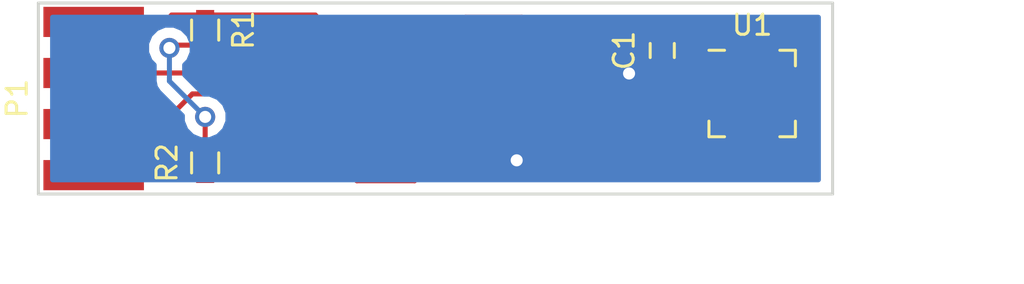
<source format=kicad_pcb>
(kicad_pcb (version 4) (host pcbnew 4.0.5)

  (general
    (links 15)
    (no_connects 0)
    (area 127.465 99.716666 181.635715 115.950001)
    (thickness 1.6)
    (drawings 6)
    (tracks 84)
    (zones 0)
    (modules 5)
    (nets 8)
  )

  (page A4)
  (layers
    (0 F.Cu signal)
    (31 B.Cu signal)
    (32 B.Adhes user)
    (33 F.Adhes user)
    (34 B.Paste user)
    (35 F.Paste user)
    (36 B.SilkS user)
    (37 F.SilkS user)
    (38 B.Mask user)
    (39 F.Mask user)
    (40 Dwgs.User user)
    (41 Cmts.User user)
    (42 Eco1.User user)
    (43 Eco2.User user)
    (44 Edge.Cuts user)
    (45 Margin user)
    (46 B.CrtYd user)
    (47 F.CrtYd user)
    (48 B.Fab user)
    (49 F.Fab user hide)
  )

  (setup
    (last_trace_width 0.25)
    (trace_clearance 0.2)
    (zone_clearance 0.508)
    (zone_45_only no)
    (trace_min 0.2)
    (segment_width 0.2)
    (edge_width 0.15)
    (via_size 1)
    (via_drill 0.6)
    (via_min_size 1)
    (via_min_drill 0.6)
    (uvia_size 0.3)
    (uvia_drill 0.1)
    (uvias_allowed no)
    (uvia_min_size 0.2)
    (uvia_min_drill 0.1)
    (pcb_text_width 0.3)
    (pcb_text_size 1.5 1.5)
    (mod_edge_width 0.15)
    (mod_text_size 1 1)
    (mod_text_width 0.15)
    (pad_size 1.524 1.524)
    (pad_drill 0.762)
    (pad_to_mask_clearance 0.2)
    (aux_axis_origin 0 0)
    (visible_elements FFFFFF7F)
    (pcbplotparams
      (layerselection 0x00030_80000001)
      (usegerberextensions false)
      (excludeedgelayer true)
      (linewidth 0.100000)
      (plotframeref false)
      (viasonmask false)
      (mode 1)
      (useauxorigin false)
      (hpglpennumber 1)
      (hpglpenspeed 20)
      (hpglpendiameter 15)
      (hpglpenoverlay 2)
      (psnegative false)
      (psa4output false)
      (plotreference true)
      (plotvalue true)
      (plotinvisibletext false)
      (padsonsilk false)
      (subtractmaskfromsilk false)
      (outputformat 1)
      (mirror false)
      (drillshape 1)
      (scaleselection 1)
      (outputdirectory ""))
  )

  (net 0 "")
  (net 1 GND)
  (net 2 VDD)
  (net 3 "Net-(R1-Pad2)")
  (net 4 "Net-(P1-Pad2)")
  (net 5 "Net-(P1-Pad3)")
  (net 6 "Net-(U1-Pad10)")
  (net 7 "Net-(U1-Pad17)")

  (net_class Default "This is the default net class."
    (clearance 0.2)
    (trace_width 0.25)
    (via_dia 1)
    (via_drill 0.6)
    (uvia_dia 0.3)
    (uvia_drill 0.1)
    (add_net GND)
    (add_net "Net-(P1-Pad2)")
    (add_net "Net-(P1-Pad3)")
    (add_net "Net-(R1-Pad2)")
    (add_net "Net-(U1-Pad10)")
    (add_net "Net-(U1-Pad17)")
    (add_net VDD)
  )

  (module Resistors_SMD.pretty:R_0603 placed (layer F.Cu) (tedit 58307A47) (tstamp 58BC3D1B)
    (at 137.795 107.95 90)
    (descr "Resistor SMD 0603, reflow soldering, Vishay (see dcrcw.pdf)")
    (tags "resistor 0603")
    (path /58B85BA0)
    (attr smd)
    (fp_text reference R2 (at 0 -1.9 90) (layer F.SilkS)
      (effects (font (size 1 1) (thickness 0.15)))
    )
    (fp_text value 4k7 (at 0 1.9 90) (layer F.Fab)
      (effects (font (size 1 1) (thickness 0.15)))
    )
    (fp_line (start -0.8 0.4) (end -0.8 -0.4) (layer F.Fab) (width 0.1))
    (fp_line (start 0.8 0.4) (end -0.8 0.4) (layer F.Fab) (width 0.1))
    (fp_line (start 0.8 -0.4) (end 0.8 0.4) (layer F.Fab) (width 0.1))
    (fp_line (start -0.8 -0.4) (end 0.8 -0.4) (layer F.Fab) (width 0.1))
    (fp_line (start -1.3 -0.8) (end 1.3 -0.8) (layer F.CrtYd) (width 0.05))
    (fp_line (start -1.3 0.8) (end 1.3 0.8) (layer F.CrtYd) (width 0.05))
    (fp_line (start -1.3 -0.8) (end -1.3 0.8) (layer F.CrtYd) (width 0.05))
    (fp_line (start 1.3 -0.8) (end 1.3 0.8) (layer F.CrtYd) (width 0.05))
    (fp_line (start 0.5 0.675) (end -0.5 0.675) (layer F.SilkS) (width 0.15))
    (fp_line (start -0.5 -0.675) (end 0.5 -0.675) (layer F.SilkS) (width 0.15))
    (pad 1 smd rect (at -0.75 0 90) (size 0.5 0.9) (layers F.Cu F.Paste F.Mask)
      (net 1 GND))
    (pad 2 smd rect (at 0.75 0 90) (size 0.5 0.9) (layers F.Cu F.Paste F.Mask)
      (net 3 "Net-(R1-Pad2)"))
    (model Resistors_SMD.3dshapes/R_0603.wrl
      (at (xyz 0 0 0))
      (scale (xyz 1 1 1))
      (rotate (xyz 0 0 0))
    )
  )

  (module Capacitors_SMD.pretty:C_0603 placed (layer F.Cu) (tedit 5415D631) (tstamp 58BC3CFB)
    (at 160.528 102.362 90)
    (descr "Capacitor SMD 0603, reflow soldering, AVX (see smccp.pdf)")
    (tags "capacitor 0603")
    (path /58B85507)
    (attr smd)
    (fp_text reference C1 (at 0 -1.9 90) (layer F.SilkS)
      (effects (font (size 1 1) (thickness 0.15)))
    )
    (fp_text value 100n (at 0 1.9 90) (layer F.Fab)
      (effects (font (size 1 1) (thickness 0.15)))
    )
    (fp_line (start -0.8 0.4) (end -0.8 -0.4) (layer F.Fab) (width 0.15))
    (fp_line (start 0.8 0.4) (end -0.8 0.4) (layer F.Fab) (width 0.15))
    (fp_line (start 0.8 -0.4) (end 0.8 0.4) (layer F.Fab) (width 0.15))
    (fp_line (start -0.8 -0.4) (end 0.8 -0.4) (layer F.Fab) (width 0.15))
    (fp_line (start -1.45 -0.75) (end 1.45 -0.75) (layer F.CrtYd) (width 0.05))
    (fp_line (start -1.45 0.75) (end 1.45 0.75) (layer F.CrtYd) (width 0.05))
    (fp_line (start -1.45 -0.75) (end -1.45 0.75) (layer F.CrtYd) (width 0.05))
    (fp_line (start 1.45 -0.75) (end 1.45 0.75) (layer F.CrtYd) (width 0.05))
    (fp_line (start -0.35 -0.6) (end 0.35 -0.6) (layer F.SilkS) (width 0.15))
    (fp_line (start 0.35 0.6) (end -0.35 0.6) (layer F.SilkS) (width 0.15))
    (pad 1 smd rect (at -0.75 0 90) (size 0.8 0.75) (layers F.Cu F.Paste F.Mask)
      (net 1 GND))
    (pad 2 smd rect (at 0.75 0 90) (size 0.8 0.75) (layers F.Cu F.Paste F.Mask)
      (net 2 VDD))
    (model Capacitors_SMD.3dshapes/C_0603.wrl
      (at (xyz 0 0 0))
      (scale (xyz 1 1 1))
      (rotate (xyz 0 0 0))
    )
  )

  (module Resistors_SMD.pretty:R_0603 placed (layer F.Cu) (tedit 58307A47) (tstamp 58BC3D0B)
    (at 137.795 101.346 270)
    (descr "Resistor SMD 0603, reflow soldering, Vishay (see dcrcw.pdf)")
    (tags "resistor 0603")
    (path /58B85A14)
    (attr smd)
    (fp_text reference R1 (at 0 -1.9 270) (layer F.SilkS)
      (effects (font (size 1 1) (thickness 0.15)))
    )
    (fp_text value 4k7 (at 0 1.9 270) (layer F.Fab)
      (effects (font (size 1 1) (thickness 0.15)))
    )
    (fp_line (start -0.8 0.4) (end -0.8 -0.4) (layer F.Fab) (width 0.1))
    (fp_line (start 0.8 0.4) (end -0.8 0.4) (layer F.Fab) (width 0.1))
    (fp_line (start 0.8 -0.4) (end 0.8 0.4) (layer F.Fab) (width 0.1))
    (fp_line (start -0.8 -0.4) (end 0.8 -0.4) (layer F.Fab) (width 0.1))
    (fp_line (start -1.3 -0.8) (end 1.3 -0.8) (layer F.CrtYd) (width 0.05))
    (fp_line (start -1.3 0.8) (end 1.3 0.8) (layer F.CrtYd) (width 0.05))
    (fp_line (start -1.3 -0.8) (end -1.3 0.8) (layer F.CrtYd) (width 0.05))
    (fp_line (start 1.3 -0.8) (end 1.3 0.8) (layer F.CrtYd) (width 0.05))
    (fp_line (start 0.5 0.675) (end -0.5 0.675) (layer F.SilkS) (width 0.15))
    (fp_line (start -0.5 -0.675) (end 0.5 -0.675) (layer F.SilkS) (width 0.15))
    (pad 1 smd rect (at -0.75 0 270) (size 0.5 0.9) (layers F.Cu F.Paste F.Mask)
      (net 2 VDD))
    (pad 2 smd rect (at 0.75 0 270) (size 0.5 0.9) (layers F.Cu F.Paste F.Mask)
      (net 3 "Net-(R1-Pad2)"))
    (model Resistors_SMD.3dshapes/R_0603.wrl
      (at (xyz 0 0 0))
      (scale (xyz 1 1 1))
      (rotate (xyz 0 0 0))
    )
  )

  (module QFN-16-1EP_4x4mm_Pitch0.65mm placed (layer F.Cu) (tedit 54130A77) (tstamp 58BC3D43)
    (at 165 104.5)
    (descr "16-Lead Plastic Quad Flat, No Lead Package (ML) - 4x4x0.9 mm Body [QFN]; (see Microchip Packaging Specification 00000049BS.pdf)")
    (tags "QFN 0.65")
    (path /58B8439D)
    (attr smd)
    (fp_text reference U1 (at 0 -3.4) (layer F.SilkS)
      (effects (font (size 1 1) (thickness 0.15)))
    )
    (fp_text value TSYS01 (at 0 3.4) (layer F.Fab)
      (effects (font (size 1 1) (thickness 0.15)))
    )
    (fp_line (start -1 -2) (end 2 -2) (layer F.Fab) (width 0.15))
    (fp_line (start 2 -2) (end 2 2) (layer F.Fab) (width 0.15))
    (fp_line (start 2 2) (end -2 2) (layer F.Fab) (width 0.15))
    (fp_line (start -2 2) (end -2 -1) (layer F.Fab) (width 0.15))
    (fp_line (start -2 -1) (end -1 -2) (layer F.Fab) (width 0.15))
    (fp_line (start -2.65 -2.65) (end -2.65 2.65) (layer F.CrtYd) (width 0.05))
    (fp_line (start 2.65 -2.65) (end 2.65 2.65) (layer F.CrtYd) (width 0.05))
    (fp_line (start -2.65 -2.65) (end 2.65 -2.65) (layer F.CrtYd) (width 0.05))
    (fp_line (start -2.65 2.65) (end 2.65 2.65) (layer F.CrtYd) (width 0.05))
    (fp_line (start 2.15 -2.15) (end 2.15 -1.375) (layer F.SilkS) (width 0.15))
    (fp_line (start -2.15 2.15) (end -2.15 1.375) (layer F.SilkS) (width 0.15))
    (fp_line (start 2.15 2.15) (end 2.15 1.375) (layer F.SilkS) (width 0.15))
    (fp_line (start -2.15 -2.15) (end -1.375 -2.15) (layer F.SilkS) (width 0.15))
    (fp_line (start -2.15 2.15) (end -1.375 2.15) (layer F.SilkS) (width 0.15))
    (fp_line (start 2.15 2.15) (end 1.375 2.15) (layer F.SilkS) (width 0.15))
    (fp_line (start 2.15 -2.15) (end 1.375 -2.15) (layer F.SilkS) (width 0.15))
    (pad 1 smd rect (at -2 -0.975) (size 0.8 0.35) (layers F.Cu F.Paste F.Mask)
      (net 1 GND))
    (pad 2 smd rect (at -2 -0.325) (size 0.8 0.35) (layers F.Cu F.Paste F.Mask)
      (net 3 "Net-(R1-Pad2)"))
    (pad 3 smd rect (at -2 0.325) (size 0.8 0.35) (layers F.Cu F.Paste F.Mask)
      (net 4 "Net-(P1-Pad2)"))
    (pad 4 smd rect (at -2 0.975) (size 0.8 0.35) (layers F.Cu F.Paste F.Mask)
      (net 5 "Net-(P1-Pad3)"))
    (pad 5 smd rect (at -0.975 2 90) (size 0.8 0.35) (layers F.Cu F.Paste F.Mask))
    (pad 6 smd rect (at -0.325 2 90) (size 0.8 0.35) (layers F.Cu F.Paste F.Mask))
    (pad 7 smd rect (at 0.325 2 90) (size 0.8 0.35) (layers F.Cu F.Paste F.Mask))
    (pad 8 smd rect (at 0.975 2 90) (size 0.8 0.35) (layers F.Cu F.Paste F.Mask))
    (pad 9 smd rect (at 2 0.975) (size 0.8 0.35) (layers F.Cu F.Paste F.Mask))
    (pad 10 smd rect (at 2 0.325) (size 0.8 0.35) (layers F.Cu F.Paste F.Mask)
      (net 6 "Net-(U1-Pad10)"))
    (pad 11 smd rect (at 2 -0.325) (size 0.8 0.35) (layers F.Cu F.Paste F.Mask)
      (net 6 "Net-(U1-Pad10)"))
    (pad 12 smd rect (at 2 -0.975) (size 0.8 0.35) (layers F.Cu F.Paste F.Mask))
    (pad 13 smd rect (at 0.975 -2 90) (size 0.8 0.35) (layers F.Cu F.Paste F.Mask))
    (pad 14 smd rect (at 0.325 -2 90) (size 0.8 0.35) (layers F.Cu F.Paste F.Mask))
    (pad 15 smd rect (at -0.325 -2 90) (size 0.8 0.35) (layers F.Cu F.Paste F.Mask)
      (net 2 VDD))
    (pad 16 smd rect (at -0.975 -2 90) (size 0.8 0.35) (layers F.Cu F.Paste F.Mask)
      (net 2 VDD))
    (pad 17 smd rect (at 0.625 0.625) (size 1.25 1.25) (layers F.Cu F.Paste F.Mask)
      (net 7 "Net-(U1-Pad17)") (solder_paste_margin_ratio -0.2))
    (pad 17 smd rect (at 0.625 -0.625) (size 1.25 1.25) (layers F.Cu F.Paste F.Mask)
      (net 7 "Net-(U1-Pad17)") (solder_paste_margin_ratio -0.2))
    (pad 17 smd rect (at -0.625 0.625) (size 1.25 1.25) (layers F.Cu F.Paste F.Mask)
      (net 7 "Net-(U1-Pad17)") (solder_paste_margin_ratio -0.2))
    (pad 17 smd rect (at -0.625 -0.625) (size 1.25 1.25) (layers F.Cu F.Paste F.Mask)
      (net 7 "Net-(U1-Pad17)") (solder_paste_margin_ratio -0.2))
    (model Housings_DFN_QFN.3dshapes/QFN-16-1EP_4x4mm_Pitch0.65mm.wrl
      (at (xyz 0 0 0))
      (scale (xyz 1 1 1))
      (rotate (xyz 0 0 0))
    )
  )

  (module my_footprints:SMD_conn_4x2.5mm (layer F.Cu) (tedit 58B861D6) (tstamp 58C38C0B)
    (at 132.25 104.75 270)
    (path /58B85ED6)
    (fp_text reference P1 (at 0 3.81 270) (layer F.SilkS)
      (effects (font (size 1 1) (thickness 0.15)))
    )
    (fp_text value CONN_01X04 (at 0 -3.81 270) (layer F.Fab) hide
      (effects (font (size 1 1) (thickness 0.15)))
    )
    (pad 1 smd rect (at -3.81 0 270) (size 1.5 5) (layers F.Cu F.Paste F.Mask)
      (net 2 VDD))
    (pad 2 smd rect (at -1.27 0 270) (size 1.5 5) (layers F.Cu F.Paste F.Mask)
      (net 4 "Net-(P1-Pad2)"))
    (pad 3 smd rect (at 1.27 0 270) (size 1.5 5) (layers F.Cu F.Paste F.Mask)
      (net 5 "Net-(P1-Pad3)"))
    (pad 4 smd rect (at 3.81 0 270) (size 1.5 5) (layers F.Cu F.Paste F.Mask)
      (net 1 GND))
  )

  (gr_line (start 129.5 109.5) (end 129.5 100) (angle 90) (layer Edge.Cuts) (width 0.15))
  (gr_line (start 169 109.5) (end 129.5 109.5) (angle 90) (layer Edge.Cuts) (width 0.15))
  (gr_line (start 169 100) (end 169 109.5) (angle 90) (layer Edge.Cuts) (width 0.15))
  (gr_line (start 129.5 100) (end 169 100) (angle 90) (layer Edge.Cuts) (width 0.15))
  (dimension 9.5 (width 0.3) (layer Dwgs.User)
    (gr_text "9.500 mm" (at 175.85 104.75 90) (layer Dwgs.User)
      (effects (font (size 1.5 1.5) (thickness 0.3)))
    )
    (feature1 (pts (xy 169 100) (xy 177.2 100)))
    (feature2 (pts (xy 169 109.5) (xy 177.2 109.5)))
    (crossbar (pts (xy 174.5 109.5) (xy 174.5 100)))
    (arrow1a (pts (xy 174.5 100) (xy 175.086421 101.126504)))
    (arrow1b (pts (xy 174.5 100) (xy 173.913579 101.126504)))
    (arrow2a (pts (xy 174.5 109.5) (xy 175.086421 108.373496)))
    (arrow2b (pts (xy 174.5 109.5) (xy 173.913579 108.373496)))
  )
  (dimension 40 (width 0.3) (layer Dwgs.User)
    (gr_text "40.000 mm" (at 149.5 114.6) (layer Dwgs.User)
      (effects (font (size 1.5 1.5) (thickness 0.3)))
    )
    (feature1 (pts (xy 169.5 110.5) (xy 169.5 115.95)))
    (feature2 (pts (xy 129.5 110.5) (xy 129.5 115.95)))
    (crossbar (pts (xy 129.5 113.25) (xy 169.5 113.25)))
    (arrow1a (pts (xy 169.5 113.25) (xy 168.373496 113.836421)))
    (arrow1b (pts (xy 169.5 113.25) (xy 168.373496 112.663579)))
    (arrow2a (pts (xy 129.5 113.25) (xy 130.626504 113.836421)))
    (arrow2b (pts (xy 129.5 113.25) (xy 130.626504 112.663579)))
  )

  (segment (start 160.528 103.112) (end 159.27 103.112) (width 0.25) (layer F.Cu) (net 1) (status 10))
  (via (at 158.877 103.505) (size 1) (drill 0.6) (layers F.Cu B.Cu) (net 1))
  (segment (start 159.27 103.112) (end 158.877 103.505) (width 0.25) (layer F.Cu) (net 1) (tstamp 58C38ED3))
  (segment (start 137.795 108.7) (end 138.8 108.7) (width 0.25) (layer F.Cu) (net 1))
  (via (at 153.289 107.823) (size 1) (drill 0.6) (layers F.Cu B.Cu) (net 1))
  (segment (start 153.289 106.045) (end 153.289 107.823) (width 0.25) (layer F.Cu) (net 1) (tstamp 58C38EA1))
  (segment (start 152.527 105.283) (end 153.289 106.045) (width 0.25) (layer F.Cu) (net 1) (tstamp 58C38EA0))
  (segment (start 151.765 105.283) (end 152.527 105.283) (width 0.25) (layer F.Cu) (net 1) (tstamp 58C38E9F))
  (segment (start 148.209 108.839) (end 151.765 105.283) (width 0.25) (layer F.Cu) (net 1) (tstamp 58C38E9D))
  (segment (start 145.339 108.839) (end 148.209 108.839) (width 0.25) (layer F.Cu) (net 1) (tstamp 58C38E9B))
  (segment (start 142.5 106) (end 145.339 108.839) (width 0.25) (layer F.Cu) (net 1) (tstamp 58C38E99))
  (segment (start 141.5 106) (end 142.5 106) (width 0.25) (layer F.Cu) (net 1) (tstamp 58C38E97))
  (segment (start 138.8 108.7) (end 141.5 106) (width 0.25) (layer F.Cu) (net 1) (tstamp 58C38E95))
  (segment (start 132.25 108.56) (end 135.357 108.56) (width 0.25) (layer F.Cu) (net 1))
  (segment (start 135.497 108.7) (end 137.795 108.7) (width 0.25) (layer F.Cu) (net 1) (tstamp 58C38E27))
  (segment (start 135.357 108.56) (end 135.497 108.7) (width 0.25) (layer F.Cu) (net 1) (tstamp 58C38E26))
  (segment (start 163 103.525) (end 162.338 103.525) (width 0.25) (layer F.Cu) (net 1) (status 10))
  (segment (start 162.338 103.525) (end 160.528 103.112) (width 0.25) (layer F.Cu) (net 1) (tstamp 58C38D19) (status 20))
  (segment (start 164.025 102.5) (end 163 102.5) (width 0.25) (layer F.Cu) (net 2))
  (segment (start 163 102.5) (end 162.112 101.612) (width 0.25) (layer F.Cu) (net 2) (tstamp 58C4297E))
  (segment (start 164.025 102.5) (end 164.675 102.5) (width 0.25) (layer F.Cu) (net 2) (status 30))
  (segment (start 156.21 103.378) (end 157.099 103.378) (width 0.25) (layer F.Cu) (net 2))
  (segment (start 158.877 101.612) (end 158.865 101.612) (width 0.25) (layer F.Cu) (net 2))
  (segment (start 160.147 101.612) (end 160.528 101.612) (width 0.25) (layer F.Cu) (net 2) (tstamp 58C38ECB) (status 20))
  (segment (start 160.147 101.612) (end 158.877 101.612) (width 0.25) (layer F.Cu) (net 2))
  (segment (start 158.865 101.612) (end 157.099 103.378) (width 0.25) (layer F.Cu) (net 2) (tstamp 58C38EDA))
  (segment (start 156.21 103.378) (end 155.194 102.362) (width 0.25) (layer F.Cu) (net 2) (tstamp 58C38EE6))
  (segment (start 137.795 100.596) (end 143.268 100.596) (width 0.25) (layer F.Cu) (net 2))
  (segment (start 153.543 100.711) (end 155.194 102.362) (width 0.25) (layer F.Cu) (net 2) (tstamp 58C38E72))
  (segment (start 150.749 100.711) (end 153.543 100.711) (width 0.25) (layer F.Cu) (net 2) (tstamp 58C38E70))
  (segment (start 147.447 104.013) (end 150.749 100.711) (width 0.25) (layer F.Cu) (net 2) (tstamp 58C38E6F))
  (segment (start 146.685 104.013) (end 147.447 104.013) (width 0.25) (layer F.Cu) (net 2) (tstamp 58C38E6E))
  (segment (start 143.268 100.596) (end 146.685 104.013) (width 0.25) (layer F.Cu) (net 2) (tstamp 58C38E6D))
  (segment (start 132.25 100.94) (end 135.788 100.94) (width 0.25) (layer F.Cu) (net 2))
  (segment (start 136.132 100.596) (end 137.795 100.596) (width 0.25) (layer F.Cu) (net 2) (tstamp 58C38E1F))
  (segment (start 135.788 100.94) (end 136.132 100.596) (width 0.25) (layer F.Cu) (net 2) (tstamp 58C38E1E))
  (segment (start 164.025 102.5) (end 163.988 102.5) (width 0.25) (layer F.Cu) (net 2) (status 30))
  (segment (start 162.112 101.612) (end 160.528 101.612) (width 0.25) (layer F.Cu) (net 2) (tstamp 58C42981) (status 20))
  (segment (start 137.795 107.2) (end 137.795 105.664) (width 0.25) (layer F.Cu) (net 3))
  (segment (start 136.156 102.096) (end 137.795 102.096) (width 0.25) (layer F.Cu) (net 3) (tstamp 58C38E84))
  (segment (start 136.017 102.235) (end 136.156 102.096) (width 0.25) (layer F.Cu) (net 3) (tstamp 58C38E83))
  (via (at 136.017 102.235) (size 1) (drill 0.6) (layers F.Cu B.Cu) (net 3))
  (segment (start 136.017 103.886) (end 136.017 102.235) (width 0.25) (layer B.Cu) (net 3) (tstamp 58C38E80))
  (segment (start 137.795 105.664) (end 136.017 103.886) (width 0.25) (layer B.Cu) (net 3) (tstamp 58C38E7F))
  (via (at 137.795 105.664) (size 1) (drill 0.6) (layers F.Cu B.Cu) (net 3))
  (segment (start 137.795 102.096) (end 138.95 102.096) (width 0.25) (layer F.Cu) (net 3))
  (segment (start 160.493 104.175) (end 163 104.175) (width 0.25) (layer F.Cu) (net 3) (tstamp 58C38E36) (status 20))
  (segment (start 158.369 106.299) (end 160.493 104.175) (width 0.25) (layer F.Cu) (net 3) (tstamp 58C38E35))
  (segment (start 157.607 106.299) (end 158.369 106.299) (width 0.25) (layer F.Cu) (net 3) (tstamp 58C38E34))
  (segment (start 153.289 101.981) (end 157.607 106.299) (width 0.25) (layer F.Cu) (net 3) (tstamp 58C38E32))
  (segment (start 150.876 101.981) (end 153.289 101.981) (width 0.25) (layer F.Cu) (net 3) (tstamp 58C38E30))
  (segment (start 146.939 105.918) (end 150.876 101.981) (width 0.25) (layer F.Cu) (net 3) (tstamp 58C38E2F))
  (segment (start 146.812 105.918) (end 146.939 105.918) (width 0.25) (layer F.Cu) (net 3) (tstamp 58C38E2E))
  (segment (start 142.494 101.6) (end 146.812 105.918) (width 0.25) (layer F.Cu) (net 3) (tstamp 58C38E2C))
  (segment (start 139.446 101.6) (end 142.494 101.6) (width 0.25) (layer F.Cu) (net 3) (tstamp 58C38E2B))
  (segment (start 138.95 102.096) (end 139.446 101.6) (width 0.25) (layer F.Cu) (net 3) (tstamp 58C38E2A))
  (segment (start 132.25 103.48) (end 139.471 103.48) (width 0.25) (layer F.Cu) (net 4))
  (segment (start 161.24 104.825) (end 163 104.825) (width 0.25) (layer F.Cu) (net 4) (tstamp 58C38E01) (status 20))
  (segment (start 158.623 107.442) (end 161.24 104.825) (width 0.25) (layer F.Cu) (net 4) (tstamp 58C38DFF))
  (segment (start 157.353 107.442) (end 158.623 107.442) (width 0.25) (layer F.Cu) (net 4) (tstamp 58C38DFD))
  (segment (start 152.654 102.743) (end 157.353 107.442) (width 0.25) (layer F.Cu) (net 4) (tstamp 58C38DFC))
  (segment (start 151.765 102.743) (end 152.654 102.743) (width 0.25) (layer F.Cu) (net 4) (tstamp 58C38DFA))
  (segment (start 147.32 107.188) (end 151.765 102.743) (width 0.25) (layer F.Cu) (net 4) (tstamp 58C38DF9))
  (segment (start 146.431 107.188) (end 147.32 107.188) (width 0.25) (layer F.Cu) (net 4) (tstamp 58C38DF7))
  (segment (start 141.605 102.362) (end 146.431 107.188) (width 0.25) (layer F.Cu) (net 4) (tstamp 58C38DF5))
  (segment (start 140.589 102.362) (end 141.605 102.362) (width 0.25) (layer F.Cu) (net 4) (tstamp 58C38DF3))
  (segment (start 139.471 103.48) (end 140.589 102.362) (width 0.25) (layer F.Cu) (net 4) (tstamp 58C38DF2))
  (segment (start 132.25 106.02) (end 135.661 106.02) (width 0.25) (layer F.Cu) (net 5))
  (segment (start 161.86 105.475) (end 163 105.475) (width 0.25) (layer F.Cu) (net 5) (tstamp 58C38E1A) (status 20))
  (segment (start 159.004 108.331) (end 161.86 105.475) (width 0.25) (layer F.Cu) (net 5) (tstamp 58C38E18))
  (segment (start 157.099 108.331) (end 159.004 108.331) (width 0.25) (layer F.Cu) (net 5) (tstamp 58C38E16))
  (segment (start 152.527 103.759) (end 157.099 108.331) (width 0.25) (layer F.Cu) (net 5) (tstamp 58C38E15))
  (segment (start 152.146 103.759) (end 152.527 103.759) (width 0.25) (layer F.Cu) (net 5) (tstamp 58C38E14))
  (segment (start 147.701 108.204) (end 152.146 103.759) (width 0.25) (layer F.Cu) (net 5) (tstamp 58C38E12))
  (segment (start 146.05 108.204) (end 147.701 108.204) (width 0.25) (layer F.Cu) (net 5) (tstamp 58C38E10))
  (segment (start 141.351 103.505) (end 146.05 108.204) (width 0.25) (layer F.Cu) (net 5) (tstamp 58C38E0F))
  (segment (start 140.843 103.505) (end 141.351 103.505) (width 0.25) (layer F.Cu) (net 5) (tstamp 58C38E0E))
  (segment (start 139.827 104.521) (end 140.843 103.505) (width 0.25) (layer F.Cu) (net 5) (tstamp 58C38E0C))
  (segment (start 137.16 104.521) (end 139.827 104.521) (width 0.25) (layer F.Cu) (net 5) (tstamp 58C38E0A))
  (segment (start 135.661 106.02) (end 137.16 104.521) (width 0.25) (layer F.Cu) (net 5) (tstamp 58C38E08))
  (segment (start 167 104.175) (end 167 104.825) (width 0.25) (layer F.Cu) (net 6) (status 30))
  (segment (start 164.375 103.875) (end 165.625 103.875) (width 0.25) (layer F.Cu) (net 7) (status 30))
  (segment (start 165.625 103.875) (end 165.625 105.125) (width 0.25) (layer F.Cu) (net 7) (tstamp 58C2F308) (status 30))
  (segment (start 165.625 105.125) (end 164.375 105.125) (width 0.25) (layer F.Cu) (net 7) (tstamp 58C2F309) (status 30))

  (zone (net 1) (net_name GND) (layer B.Cu) (tstamp 58C38E93) (hatch edge 0.508)
    (connect_pads (clearance 0.508))
    (min_thickness 0.254)
    (fill yes (arc_segments 16) (thermal_gap 0.508) (thermal_bridge_width 0.508))
    (polygon
      (pts
        (xy 169 109.5) (xy 129.5 109.5) (xy 129.5 100) (xy 169 100)
      )
    )
    (filled_polygon
      (pts
        (xy 168.29 108.79) (xy 130.21 108.79) (xy 130.21 102.459775) (xy 134.881803 102.459775) (xy 135.054233 102.877086)
        (xy 135.257 103.080207) (xy 135.257 103.886) (xy 135.314852 104.176839) (xy 135.479599 104.423401) (xy 136.660052 105.603854)
        (xy 136.659803 105.888775) (xy 136.832233 106.306086) (xy 137.151235 106.625645) (xy 137.568244 106.798803) (xy 138.019775 106.799197)
        (xy 138.437086 106.626767) (xy 138.756645 106.307765) (xy 138.929803 105.890756) (xy 138.930197 105.439225) (xy 138.757767 105.021914)
        (xy 138.438765 104.702355) (xy 138.021756 104.529197) (xy 137.734749 104.528947) (xy 136.777 103.571198) (xy 136.777 103.080059)
        (xy 136.978645 102.878765) (xy 137.151803 102.461756) (xy 137.152197 102.010225) (xy 136.979767 101.592914) (xy 136.660765 101.273355)
        (xy 136.243756 101.100197) (xy 135.792225 101.099803) (xy 135.374914 101.272233) (xy 135.055355 101.591235) (xy 134.882197 102.008244)
        (xy 134.881803 102.459775) (xy 130.21 102.459775) (xy 130.21 100.71) (xy 168.29 100.71)
      )
    )
  )
)

</source>
